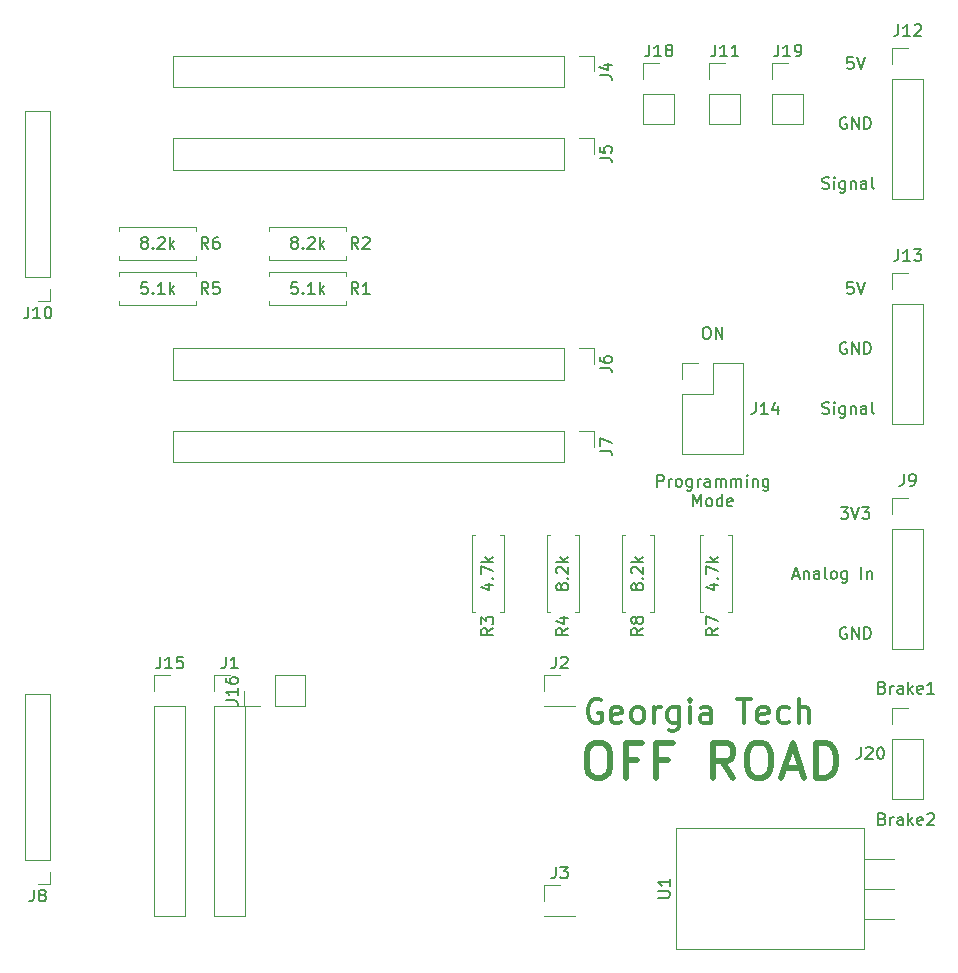
<source format=gbr>
G04 #@! TF.GenerationSoftware,KiCad,Pcbnew,(5.1.4)-1*
G04 #@! TF.CreationDate,2020-01-23T23:33:44-05:00*
G04 #@! TF.ProjectId,ECVTProtoBoard,45435654-5072-46f7-946f-426f6172642e,rev?*
G04 #@! TF.SameCoordinates,Original*
G04 #@! TF.FileFunction,Legend,Top*
G04 #@! TF.FilePolarity,Positive*
%FSLAX46Y46*%
G04 Gerber Fmt 4.6, Leading zero omitted, Abs format (unit mm)*
G04 Created by KiCad (PCBNEW (5.1.4)-1) date 2020-01-23 23:33:44*
%MOMM*%
%LPD*%
G04 APERTURE LIST*
%ADD10C,0.500000*%
%ADD11C,0.300000*%
%ADD12C,0.150000*%
%ADD13C,0.120000*%
G04 APERTURE END LIST*
D10*
X137361257Y-128608342D02*
X137932685Y-128608342D01*
X138218400Y-128751200D01*
X138504114Y-129036914D01*
X138646971Y-129608342D01*
X138646971Y-130608342D01*
X138504114Y-131179771D01*
X138218400Y-131465485D01*
X137932685Y-131608342D01*
X137361257Y-131608342D01*
X137075542Y-131465485D01*
X136789828Y-131179771D01*
X136646971Y-130608342D01*
X136646971Y-129608342D01*
X136789828Y-129036914D01*
X137075542Y-128751200D01*
X137361257Y-128608342D01*
X140932685Y-130036914D02*
X139932685Y-130036914D01*
X139932685Y-131608342D02*
X139932685Y-128608342D01*
X141361257Y-128608342D01*
X143504114Y-130036914D02*
X142504114Y-130036914D01*
X142504114Y-131608342D02*
X142504114Y-128608342D01*
X143932685Y-128608342D01*
X149075542Y-131608342D02*
X148075542Y-130179771D01*
X147361257Y-131608342D02*
X147361257Y-128608342D01*
X148504114Y-128608342D01*
X148789828Y-128751200D01*
X148932685Y-128894057D01*
X149075542Y-129179771D01*
X149075542Y-129608342D01*
X148932685Y-129894057D01*
X148789828Y-130036914D01*
X148504114Y-130179771D01*
X147361257Y-130179771D01*
X150932685Y-128608342D02*
X151504114Y-128608342D01*
X151789828Y-128751200D01*
X152075542Y-129036914D01*
X152218400Y-129608342D01*
X152218400Y-130608342D01*
X152075542Y-131179771D01*
X151789828Y-131465485D01*
X151504114Y-131608342D01*
X150932685Y-131608342D01*
X150646971Y-131465485D01*
X150361257Y-131179771D01*
X150218400Y-130608342D01*
X150218400Y-129608342D01*
X150361257Y-129036914D01*
X150646971Y-128751200D01*
X150932685Y-128608342D01*
X153361257Y-130751200D02*
X154789828Y-130751200D01*
X153075542Y-131608342D02*
X154075542Y-128608342D01*
X155075542Y-131608342D01*
X156075542Y-131608342D02*
X156075542Y-128608342D01*
X156789828Y-128608342D01*
X157218400Y-128751200D01*
X157504114Y-129036914D01*
X157646971Y-129322628D01*
X157789828Y-129894057D01*
X157789828Y-130322628D01*
X157646971Y-130894057D01*
X157504114Y-131179771D01*
X157218400Y-131465485D01*
X156789828Y-131608342D01*
X156075542Y-131608342D01*
D11*
X137865885Y-125034800D02*
X137675409Y-124939561D01*
X137389695Y-124939561D01*
X137103980Y-125034800D01*
X136913504Y-125225276D01*
X136818266Y-125415752D01*
X136723028Y-125796704D01*
X136723028Y-126082419D01*
X136818266Y-126463371D01*
X136913504Y-126653847D01*
X137103980Y-126844323D01*
X137389695Y-126939561D01*
X137580171Y-126939561D01*
X137865885Y-126844323D01*
X137961123Y-126749085D01*
X137961123Y-126082419D01*
X137580171Y-126082419D01*
X139580171Y-126844323D02*
X139389695Y-126939561D01*
X139008742Y-126939561D01*
X138818266Y-126844323D01*
X138723028Y-126653847D01*
X138723028Y-125891942D01*
X138818266Y-125701466D01*
X139008742Y-125606228D01*
X139389695Y-125606228D01*
X139580171Y-125701466D01*
X139675409Y-125891942D01*
X139675409Y-126082419D01*
X138723028Y-126272895D01*
X140818266Y-126939561D02*
X140627790Y-126844323D01*
X140532552Y-126749085D01*
X140437314Y-126558609D01*
X140437314Y-125987180D01*
X140532552Y-125796704D01*
X140627790Y-125701466D01*
X140818266Y-125606228D01*
X141103980Y-125606228D01*
X141294457Y-125701466D01*
X141389695Y-125796704D01*
X141484933Y-125987180D01*
X141484933Y-126558609D01*
X141389695Y-126749085D01*
X141294457Y-126844323D01*
X141103980Y-126939561D01*
X140818266Y-126939561D01*
X142342076Y-126939561D02*
X142342076Y-125606228D01*
X142342076Y-125987180D02*
X142437314Y-125796704D01*
X142532552Y-125701466D01*
X142723028Y-125606228D01*
X142913504Y-125606228D01*
X144437314Y-125606228D02*
X144437314Y-127225276D01*
X144342076Y-127415752D01*
X144246838Y-127510990D01*
X144056361Y-127606228D01*
X143770647Y-127606228D01*
X143580171Y-127510990D01*
X144437314Y-126844323D02*
X144246838Y-126939561D01*
X143865885Y-126939561D01*
X143675409Y-126844323D01*
X143580171Y-126749085D01*
X143484933Y-126558609D01*
X143484933Y-125987180D01*
X143580171Y-125796704D01*
X143675409Y-125701466D01*
X143865885Y-125606228D01*
X144246838Y-125606228D01*
X144437314Y-125701466D01*
X145389695Y-126939561D02*
X145389695Y-125606228D01*
X145389695Y-124939561D02*
X145294457Y-125034800D01*
X145389695Y-125130038D01*
X145484933Y-125034800D01*
X145389695Y-124939561D01*
X145389695Y-125130038D01*
X147199219Y-126939561D02*
X147199219Y-125891942D01*
X147103980Y-125701466D01*
X146913504Y-125606228D01*
X146532552Y-125606228D01*
X146342076Y-125701466D01*
X147199219Y-126844323D02*
X147008742Y-126939561D01*
X146532552Y-126939561D01*
X146342076Y-126844323D01*
X146246838Y-126653847D01*
X146246838Y-126463371D01*
X146342076Y-126272895D01*
X146532552Y-126177657D01*
X147008742Y-126177657D01*
X147199219Y-126082419D01*
X149389695Y-124939561D02*
X150532552Y-124939561D01*
X149961123Y-126939561D02*
X149961123Y-124939561D01*
X151961123Y-126844323D02*
X151770647Y-126939561D01*
X151389695Y-126939561D01*
X151199219Y-126844323D01*
X151103980Y-126653847D01*
X151103980Y-125891942D01*
X151199219Y-125701466D01*
X151389695Y-125606228D01*
X151770647Y-125606228D01*
X151961123Y-125701466D01*
X152056361Y-125891942D01*
X152056361Y-126082419D01*
X151103980Y-126272895D01*
X153770647Y-126844323D02*
X153580171Y-126939561D01*
X153199219Y-126939561D01*
X153008742Y-126844323D01*
X152913504Y-126749085D01*
X152818266Y-126558609D01*
X152818266Y-125987180D01*
X152913504Y-125796704D01*
X153008742Y-125701466D01*
X153199219Y-125606228D01*
X153580171Y-125606228D01*
X153770647Y-125701466D01*
X154627790Y-126939561D02*
X154627790Y-124939561D01*
X155484933Y-126939561D02*
X155484933Y-125891942D01*
X155389695Y-125701466D01*
X155199219Y-125606228D01*
X154913504Y-125606228D01*
X154723028Y-125701466D01*
X154627790Y-125796704D01*
D12*
X112149047Y-89622380D02*
X111672857Y-89622380D01*
X111625238Y-90098571D01*
X111672857Y-90050952D01*
X111768095Y-90003333D01*
X112006190Y-90003333D01*
X112101428Y-90050952D01*
X112149047Y-90098571D01*
X112196666Y-90193809D01*
X112196666Y-90431904D01*
X112149047Y-90527142D01*
X112101428Y-90574761D01*
X112006190Y-90622380D01*
X111768095Y-90622380D01*
X111672857Y-90574761D01*
X111625238Y-90527142D01*
X112625238Y-90527142D02*
X112672857Y-90574761D01*
X112625238Y-90622380D01*
X112577619Y-90574761D01*
X112625238Y-90527142D01*
X112625238Y-90622380D01*
X113625238Y-90622380D02*
X113053809Y-90622380D01*
X113339523Y-90622380D02*
X113339523Y-89622380D01*
X113244285Y-89765238D01*
X113149047Y-89860476D01*
X113053809Y-89908095D01*
X114053809Y-90622380D02*
X114053809Y-89622380D01*
X114149047Y-90241428D02*
X114434761Y-90622380D01*
X114434761Y-89955714D02*
X114053809Y-90336666D01*
X99449047Y-89622380D02*
X98972857Y-89622380D01*
X98925238Y-90098571D01*
X98972857Y-90050952D01*
X99068095Y-90003333D01*
X99306190Y-90003333D01*
X99401428Y-90050952D01*
X99449047Y-90098571D01*
X99496666Y-90193809D01*
X99496666Y-90431904D01*
X99449047Y-90527142D01*
X99401428Y-90574761D01*
X99306190Y-90622380D01*
X99068095Y-90622380D01*
X98972857Y-90574761D01*
X98925238Y-90527142D01*
X99925238Y-90527142D02*
X99972857Y-90574761D01*
X99925238Y-90622380D01*
X99877619Y-90574761D01*
X99925238Y-90527142D01*
X99925238Y-90622380D01*
X100925238Y-90622380D02*
X100353809Y-90622380D01*
X100639523Y-90622380D02*
X100639523Y-89622380D01*
X100544285Y-89765238D01*
X100449047Y-89860476D01*
X100353809Y-89908095D01*
X101353809Y-90622380D02*
X101353809Y-89622380D01*
X101449047Y-90241428D02*
X101734761Y-90622380D01*
X101734761Y-89955714D02*
X101353809Y-90336666D01*
X99115714Y-86240952D02*
X99020476Y-86193333D01*
X98972857Y-86145714D01*
X98925238Y-86050476D01*
X98925238Y-86002857D01*
X98972857Y-85907619D01*
X99020476Y-85860000D01*
X99115714Y-85812380D01*
X99306190Y-85812380D01*
X99401428Y-85860000D01*
X99449047Y-85907619D01*
X99496666Y-86002857D01*
X99496666Y-86050476D01*
X99449047Y-86145714D01*
X99401428Y-86193333D01*
X99306190Y-86240952D01*
X99115714Y-86240952D01*
X99020476Y-86288571D01*
X98972857Y-86336190D01*
X98925238Y-86431428D01*
X98925238Y-86621904D01*
X98972857Y-86717142D01*
X99020476Y-86764761D01*
X99115714Y-86812380D01*
X99306190Y-86812380D01*
X99401428Y-86764761D01*
X99449047Y-86717142D01*
X99496666Y-86621904D01*
X99496666Y-86431428D01*
X99449047Y-86336190D01*
X99401428Y-86288571D01*
X99306190Y-86240952D01*
X99925238Y-86717142D02*
X99972857Y-86764761D01*
X99925238Y-86812380D01*
X99877619Y-86764761D01*
X99925238Y-86717142D01*
X99925238Y-86812380D01*
X100353809Y-85907619D02*
X100401428Y-85860000D01*
X100496666Y-85812380D01*
X100734761Y-85812380D01*
X100830000Y-85860000D01*
X100877619Y-85907619D01*
X100925238Y-86002857D01*
X100925238Y-86098095D01*
X100877619Y-86240952D01*
X100306190Y-86812380D01*
X100925238Y-86812380D01*
X101353809Y-86812380D02*
X101353809Y-85812380D01*
X101449047Y-86431428D02*
X101734761Y-86812380D01*
X101734761Y-86145714D02*
X101353809Y-86526666D01*
X111815714Y-86240952D02*
X111720476Y-86193333D01*
X111672857Y-86145714D01*
X111625238Y-86050476D01*
X111625238Y-86002857D01*
X111672857Y-85907619D01*
X111720476Y-85860000D01*
X111815714Y-85812380D01*
X112006190Y-85812380D01*
X112101428Y-85860000D01*
X112149047Y-85907619D01*
X112196666Y-86002857D01*
X112196666Y-86050476D01*
X112149047Y-86145714D01*
X112101428Y-86193333D01*
X112006190Y-86240952D01*
X111815714Y-86240952D01*
X111720476Y-86288571D01*
X111672857Y-86336190D01*
X111625238Y-86431428D01*
X111625238Y-86621904D01*
X111672857Y-86717142D01*
X111720476Y-86764761D01*
X111815714Y-86812380D01*
X112006190Y-86812380D01*
X112101428Y-86764761D01*
X112149047Y-86717142D01*
X112196666Y-86621904D01*
X112196666Y-86431428D01*
X112149047Y-86336190D01*
X112101428Y-86288571D01*
X112006190Y-86240952D01*
X112625238Y-86717142D02*
X112672857Y-86764761D01*
X112625238Y-86812380D01*
X112577619Y-86764761D01*
X112625238Y-86717142D01*
X112625238Y-86812380D01*
X113053809Y-85907619D02*
X113101428Y-85860000D01*
X113196666Y-85812380D01*
X113434761Y-85812380D01*
X113530000Y-85860000D01*
X113577619Y-85907619D01*
X113625238Y-86002857D01*
X113625238Y-86098095D01*
X113577619Y-86240952D01*
X113006190Y-86812380D01*
X113625238Y-86812380D01*
X114053809Y-86812380D02*
X114053809Y-85812380D01*
X114149047Y-86431428D02*
X114434761Y-86812380D01*
X114434761Y-86145714D02*
X114053809Y-86526666D01*
X161677600Y-135056571D02*
X161820457Y-135104190D01*
X161868076Y-135151809D01*
X161915695Y-135247047D01*
X161915695Y-135389904D01*
X161868076Y-135485142D01*
X161820457Y-135532761D01*
X161725219Y-135580380D01*
X161344266Y-135580380D01*
X161344266Y-134580380D01*
X161677600Y-134580380D01*
X161772838Y-134628000D01*
X161820457Y-134675619D01*
X161868076Y-134770857D01*
X161868076Y-134866095D01*
X161820457Y-134961333D01*
X161772838Y-135008952D01*
X161677600Y-135056571D01*
X161344266Y-135056571D01*
X162344266Y-135580380D02*
X162344266Y-134913714D01*
X162344266Y-135104190D02*
X162391885Y-135008952D01*
X162439504Y-134961333D01*
X162534742Y-134913714D01*
X162629980Y-134913714D01*
X163391885Y-135580380D02*
X163391885Y-135056571D01*
X163344266Y-134961333D01*
X163249028Y-134913714D01*
X163058552Y-134913714D01*
X162963314Y-134961333D01*
X163391885Y-135532761D02*
X163296647Y-135580380D01*
X163058552Y-135580380D01*
X162963314Y-135532761D01*
X162915695Y-135437523D01*
X162915695Y-135342285D01*
X162963314Y-135247047D01*
X163058552Y-135199428D01*
X163296647Y-135199428D01*
X163391885Y-135151809D01*
X163868076Y-135580380D02*
X163868076Y-134580380D01*
X163963314Y-135199428D02*
X164249028Y-135580380D01*
X164249028Y-134913714D02*
X163868076Y-135294666D01*
X165058552Y-135532761D02*
X164963314Y-135580380D01*
X164772838Y-135580380D01*
X164677600Y-135532761D01*
X164629980Y-135437523D01*
X164629980Y-135056571D01*
X164677600Y-134961333D01*
X164772838Y-134913714D01*
X164963314Y-134913714D01*
X165058552Y-134961333D01*
X165106171Y-135056571D01*
X165106171Y-135151809D01*
X164629980Y-135247047D01*
X165487123Y-134675619D02*
X165534742Y-134628000D01*
X165629980Y-134580380D01*
X165868076Y-134580380D01*
X165963314Y-134628000D01*
X166010933Y-134675619D01*
X166058552Y-134770857D01*
X166058552Y-134866095D01*
X166010933Y-135008952D01*
X165439504Y-135580380D01*
X166058552Y-135580380D01*
X161677600Y-123931371D02*
X161820457Y-123978990D01*
X161868076Y-124026609D01*
X161915695Y-124121847D01*
X161915695Y-124264704D01*
X161868076Y-124359942D01*
X161820457Y-124407561D01*
X161725219Y-124455180D01*
X161344266Y-124455180D01*
X161344266Y-123455180D01*
X161677600Y-123455180D01*
X161772838Y-123502800D01*
X161820457Y-123550419D01*
X161868076Y-123645657D01*
X161868076Y-123740895D01*
X161820457Y-123836133D01*
X161772838Y-123883752D01*
X161677600Y-123931371D01*
X161344266Y-123931371D01*
X162344266Y-124455180D02*
X162344266Y-123788514D01*
X162344266Y-123978990D02*
X162391885Y-123883752D01*
X162439504Y-123836133D01*
X162534742Y-123788514D01*
X162629980Y-123788514D01*
X163391885Y-124455180D02*
X163391885Y-123931371D01*
X163344266Y-123836133D01*
X163249028Y-123788514D01*
X163058552Y-123788514D01*
X162963314Y-123836133D01*
X163391885Y-124407561D02*
X163296647Y-124455180D01*
X163058552Y-124455180D01*
X162963314Y-124407561D01*
X162915695Y-124312323D01*
X162915695Y-124217085D01*
X162963314Y-124121847D01*
X163058552Y-124074228D01*
X163296647Y-124074228D01*
X163391885Y-124026609D01*
X163868076Y-124455180D02*
X163868076Y-123455180D01*
X163963314Y-124074228D02*
X164249028Y-124455180D01*
X164249028Y-123788514D02*
X163868076Y-124169466D01*
X165058552Y-124407561D02*
X164963314Y-124455180D01*
X164772838Y-124455180D01*
X164677600Y-124407561D01*
X164629980Y-124312323D01*
X164629980Y-123931371D01*
X164677600Y-123836133D01*
X164772838Y-123788514D01*
X164963314Y-123788514D01*
X165058552Y-123836133D01*
X165106171Y-123931371D01*
X165106171Y-124026609D01*
X164629980Y-124121847D01*
X166058552Y-124455180D02*
X165487123Y-124455180D01*
X165772838Y-124455180D02*
X165772838Y-123455180D01*
X165677600Y-123598038D01*
X165582361Y-123693276D01*
X165487123Y-123740895D01*
X159194523Y-89622380D02*
X158718333Y-89622380D01*
X158670714Y-90098571D01*
X158718333Y-90050952D01*
X158813571Y-90003333D01*
X159051666Y-90003333D01*
X159146904Y-90050952D01*
X159194523Y-90098571D01*
X159242142Y-90193809D01*
X159242142Y-90431904D01*
X159194523Y-90527142D01*
X159146904Y-90574761D01*
X159051666Y-90622380D01*
X158813571Y-90622380D01*
X158718333Y-90574761D01*
X158670714Y-90527142D01*
X159527857Y-89622380D02*
X159861190Y-90622380D01*
X160194523Y-89622380D01*
X156607142Y-100734761D02*
X156750000Y-100782380D01*
X156988095Y-100782380D01*
X157083333Y-100734761D01*
X157130952Y-100687142D01*
X157178571Y-100591904D01*
X157178571Y-100496666D01*
X157130952Y-100401428D01*
X157083333Y-100353809D01*
X156988095Y-100306190D01*
X156797619Y-100258571D01*
X156702380Y-100210952D01*
X156654761Y-100163333D01*
X156607142Y-100068095D01*
X156607142Y-99972857D01*
X156654761Y-99877619D01*
X156702380Y-99830000D01*
X156797619Y-99782380D01*
X157035714Y-99782380D01*
X157178571Y-99830000D01*
X157607142Y-100782380D02*
X157607142Y-100115714D01*
X157607142Y-99782380D02*
X157559523Y-99830000D01*
X157607142Y-99877619D01*
X157654761Y-99830000D01*
X157607142Y-99782380D01*
X157607142Y-99877619D01*
X158511904Y-100115714D02*
X158511904Y-100925238D01*
X158464285Y-101020476D01*
X158416666Y-101068095D01*
X158321428Y-101115714D01*
X158178571Y-101115714D01*
X158083333Y-101068095D01*
X158511904Y-100734761D02*
X158416666Y-100782380D01*
X158226190Y-100782380D01*
X158130952Y-100734761D01*
X158083333Y-100687142D01*
X158035714Y-100591904D01*
X158035714Y-100306190D01*
X158083333Y-100210952D01*
X158130952Y-100163333D01*
X158226190Y-100115714D01*
X158416666Y-100115714D01*
X158511904Y-100163333D01*
X158988095Y-100115714D02*
X158988095Y-100782380D01*
X158988095Y-100210952D02*
X159035714Y-100163333D01*
X159130952Y-100115714D01*
X159273809Y-100115714D01*
X159369047Y-100163333D01*
X159416666Y-100258571D01*
X159416666Y-100782380D01*
X160321428Y-100782380D02*
X160321428Y-100258571D01*
X160273809Y-100163333D01*
X160178571Y-100115714D01*
X159988095Y-100115714D01*
X159892857Y-100163333D01*
X160321428Y-100734761D02*
X160226190Y-100782380D01*
X159988095Y-100782380D01*
X159892857Y-100734761D01*
X159845238Y-100639523D01*
X159845238Y-100544285D01*
X159892857Y-100449047D01*
X159988095Y-100401428D01*
X160226190Y-100401428D01*
X160321428Y-100353809D01*
X160940476Y-100782380D02*
X160845238Y-100734761D01*
X160797619Y-100639523D01*
X160797619Y-99782380D01*
X158623095Y-94750000D02*
X158527857Y-94702380D01*
X158385000Y-94702380D01*
X158242142Y-94750000D01*
X158146904Y-94845238D01*
X158099285Y-94940476D01*
X158051666Y-95130952D01*
X158051666Y-95273809D01*
X158099285Y-95464285D01*
X158146904Y-95559523D01*
X158242142Y-95654761D01*
X158385000Y-95702380D01*
X158480238Y-95702380D01*
X158623095Y-95654761D01*
X158670714Y-95607142D01*
X158670714Y-95273809D01*
X158480238Y-95273809D01*
X159099285Y-95702380D02*
X159099285Y-94702380D01*
X159670714Y-95702380D01*
X159670714Y-94702380D01*
X160146904Y-95702380D02*
X160146904Y-94702380D01*
X160385000Y-94702380D01*
X160527857Y-94750000D01*
X160623095Y-94845238D01*
X160670714Y-94940476D01*
X160718333Y-95130952D01*
X160718333Y-95273809D01*
X160670714Y-95464285D01*
X160623095Y-95559523D01*
X160527857Y-95654761D01*
X160385000Y-95702380D01*
X160146904Y-95702380D01*
X154099047Y-114466666D02*
X154575238Y-114466666D01*
X154003809Y-114752380D02*
X154337142Y-113752380D01*
X154670476Y-114752380D01*
X155003809Y-114085714D02*
X155003809Y-114752380D01*
X155003809Y-114180952D02*
X155051428Y-114133333D01*
X155146666Y-114085714D01*
X155289523Y-114085714D01*
X155384761Y-114133333D01*
X155432380Y-114228571D01*
X155432380Y-114752380D01*
X156337142Y-114752380D02*
X156337142Y-114228571D01*
X156289523Y-114133333D01*
X156194285Y-114085714D01*
X156003809Y-114085714D01*
X155908571Y-114133333D01*
X156337142Y-114704761D02*
X156241904Y-114752380D01*
X156003809Y-114752380D01*
X155908571Y-114704761D01*
X155860952Y-114609523D01*
X155860952Y-114514285D01*
X155908571Y-114419047D01*
X156003809Y-114371428D01*
X156241904Y-114371428D01*
X156337142Y-114323809D01*
X156956190Y-114752380D02*
X156860952Y-114704761D01*
X156813333Y-114609523D01*
X156813333Y-113752380D01*
X157480000Y-114752380D02*
X157384761Y-114704761D01*
X157337142Y-114657142D01*
X157289523Y-114561904D01*
X157289523Y-114276190D01*
X157337142Y-114180952D01*
X157384761Y-114133333D01*
X157480000Y-114085714D01*
X157622857Y-114085714D01*
X157718095Y-114133333D01*
X157765714Y-114180952D01*
X157813333Y-114276190D01*
X157813333Y-114561904D01*
X157765714Y-114657142D01*
X157718095Y-114704761D01*
X157622857Y-114752380D01*
X157480000Y-114752380D01*
X158670476Y-114085714D02*
X158670476Y-114895238D01*
X158622857Y-114990476D01*
X158575238Y-115038095D01*
X158480000Y-115085714D01*
X158337142Y-115085714D01*
X158241904Y-115038095D01*
X158670476Y-114704761D02*
X158575238Y-114752380D01*
X158384761Y-114752380D01*
X158289523Y-114704761D01*
X158241904Y-114657142D01*
X158194285Y-114561904D01*
X158194285Y-114276190D01*
X158241904Y-114180952D01*
X158289523Y-114133333D01*
X158384761Y-114085714D01*
X158575238Y-114085714D01*
X158670476Y-114133333D01*
X159908571Y-114752380D02*
X159908571Y-113752380D01*
X160384761Y-114085714D02*
X160384761Y-114752380D01*
X160384761Y-114180952D02*
X160432380Y-114133333D01*
X160527619Y-114085714D01*
X160670476Y-114085714D01*
X160765714Y-114133333D01*
X160813333Y-114228571D01*
X160813333Y-114752380D01*
X158146904Y-108672380D02*
X158765952Y-108672380D01*
X158432619Y-109053333D01*
X158575476Y-109053333D01*
X158670714Y-109100952D01*
X158718333Y-109148571D01*
X158765952Y-109243809D01*
X158765952Y-109481904D01*
X158718333Y-109577142D01*
X158670714Y-109624761D01*
X158575476Y-109672380D01*
X158289761Y-109672380D01*
X158194523Y-109624761D01*
X158146904Y-109577142D01*
X159051666Y-108672380D02*
X159385000Y-109672380D01*
X159718333Y-108672380D01*
X159956428Y-108672380D02*
X160575476Y-108672380D01*
X160242142Y-109053333D01*
X160385000Y-109053333D01*
X160480238Y-109100952D01*
X160527857Y-109148571D01*
X160575476Y-109243809D01*
X160575476Y-109481904D01*
X160527857Y-109577142D01*
X160480238Y-109624761D01*
X160385000Y-109672380D01*
X160099285Y-109672380D01*
X160004047Y-109624761D01*
X159956428Y-109577142D01*
X158623095Y-118880000D02*
X158527857Y-118832380D01*
X158385000Y-118832380D01*
X158242142Y-118880000D01*
X158146904Y-118975238D01*
X158099285Y-119070476D01*
X158051666Y-119260952D01*
X158051666Y-119403809D01*
X158099285Y-119594285D01*
X158146904Y-119689523D01*
X158242142Y-119784761D01*
X158385000Y-119832380D01*
X158480238Y-119832380D01*
X158623095Y-119784761D01*
X158670714Y-119737142D01*
X158670714Y-119403809D01*
X158480238Y-119403809D01*
X159099285Y-119832380D02*
X159099285Y-118832380D01*
X159670714Y-119832380D01*
X159670714Y-118832380D01*
X160146904Y-119832380D02*
X160146904Y-118832380D01*
X160385000Y-118832380D01*
X160527857Y-118880000D01*
X160623095Y-118975238D01*
X160670714Y-119070476D01*
X160718333Y-119260952D01*
X160718333Y-119403809D01*
X160670714Y-119594285D01*
X160623095Y-119689523D01*
X160527857Y-119784761D01*
X160385000Y-119832380D01*
X160146904Y-119832380D01*
X156607142Y-81684761D02*
X156750000Y-81732380D01*
X156988095Y-81732380D01*
X157083333Y-81684761D01*
X157130952Y-81637142D01*
X157178571Y-81541904D01*
X157178571Y-81446666D01*
X157130952Y-81351428D01*
X157083333Y-81303809D01*
X156988095Y-81256190D01*
X156797619Y-81208571D01*
X156702380Y-81160952D01*
X156654761Y-81113333D01*
X156607142Y-81018095D01*
X156607142Y-80922857D01*
X156654761Y-80827619D01*
X156702380Y-80780000D01*
X156797619Y-80732380D01*
X157035714Y-80732380D01*
X157178571Y-80780000D01*
X157607142Y-81732380D02*
X157607142Y-81065714D01*
X157607142Y-80732380D02*
X157559523Y-80780000D01*
X157607142Y-80827619D01*
X157654761Y-80780000D01*
X157607142Y-80732380D01*
X157607142Y-80827619D01*
X158511904Y-81065714D02*
X158511904Y-81875238D01*
X158464285Y-81970476D01*
X158416666Y-82018095D01*
X158321428Y-82065714D01*
X158178571Y-82065714D01*
X158083333Y-82018095D01*
X158511904Y-81684761D02*
X158416666Y-81732380D01*
X158226190Y-81732380D01*
X158130952Y-81684761D01*
X158083333Y-81637142D01*
X158035714Y-81541904D01*
X158035714Y-81256190D01*
X158083333Y-81160952D01*
X158130952Y-81113333D01*
X158226190Y-81065714D01*
X158416666Y-81065714D01*
X158511904Y-81113333D01*
X158988095Y-81065714D02*
X158988095Y-81732380D01*
X158988095Y-81160952D02*
X159035714Y-81113333D01*
X159130952Y-81065714D01*
X159273809Y-81065714D01*
X159369047Y-81113333D01*
X159416666Y-81208571D01*
X159416666Y-81732380D01*
X160321428Y-81732380D02*
X160321428Y-81208571D01*
X160273809Y-81113333D01*
X160178571Y-81065714D01*
X159988095Y-81065714D01*
X159892857Y-81113333D01*
X160321428Y-81684761D02*
X160226190Y-81732380D01*
X159988095Y-81732380D01*
X159892857Y-81684761D01*
X159845238Y-81589523D01*
X159845238Y-81494285D01*
X159892857Y-81399047D01*
X159988095Y-81351428D01*
X160226190Y-81351428D01*
X160321428Y-81303809D01*
X160940476Y-81732380D02*
X160845238Y-81684761D01*
X160797619Y-81589523D01*
X160797619Y-80732380D01*
X158623095Y-75700000D02*
X158527857Y-75652380D01*
X158385000Y-75652380D01*
X158242142Y-75700000D01*
X158146904Y-75795238D01*
X158099285Y-75890476D01*
X158051666Y-76080952D01*
X158051666Y-76223809D01*
X158099285Y-76414285D01*
X158146904Y-76509523D01*
X158242142Y-76604761D01*
X158385000Y-76652380D01*
X158480238Y-76652380D01*
X158623095Y-76604761D01*
X158670714Y-76557142D01*
X158670714Y-76223809D01*
X158480238Y-76223809D01*
X159099285Y-76652380D02*
X159099285Y-75652380D01*
X159670714Y-76652380D01*
X159670714Y-75652380D01*
X160146904Y-76652380D02*
X160146904Y-75652380D01*
X160385000Y-75652380D01*
X160527857Y-75700000D01*
X160623095Y-75795238D01*
X160670714Y-75890476D01*
X160718333Y-76080952D01*
X160718333Y-76223809D01*
X160670714Y-76414285D01*
X160623095Y-76509523D01*
X160527857Y-76604761D01*
X160385000Y-76652380D01*
X160146904Y-76652380D01*
X159194523Y-70572380D02*
X158718333Y-70572380D01*
X158670714Y-71048571D01*
X158718333Y-71000952D01*
X158813571Y-70953333D01*
X159051666Y-70953333D01*
X159146904Y-71000952D01*
X159194523Y-71048571D01*
X159242142Y-71143809D01*
X159242142Y-71381904D01*
X159194523Y-71477142D01*
X159146904Y-71524761D01*
X159051666Y-71572380D01*
X158813571Y-71572380D01*
X158718333Y-71524761D01*
X158670714Y-71477142D01*
X159527857Y-70572380D02*
X159861190Y-71572380D01*
X160194523Y-70572380D01*
X128055714Y-115228571D02*
X128722380Y-115228571D01*
X127674761Y-115466666D02*
X128389047Y-115704761D01*
X128389047Y-115085714D01*
X128627142Y-114704761D02*
X128674761Y-114657142D01*
X128722380Y-114704761D01*
X128674761Y-114752380D01*
X128627142Y-114704761D01*
X128722380Y-114704761D01*
X127722380Y-114323809D02*
X127722380Y-113657142D01*
X128722380Y-114085714D01*
X128722380Y-113276190D02*
X127722380Y-113276190D01*
X128341428Y-113180952D02*
X128722380Y-112895238D01*
X128055714Y-112895238D02*
X128436666Y-113276190D01*
X134500952Y-115514285D02*
X134453333Y-115609523D01*
X134405714Y-115657142D01*
X134310476Y-115704761D01*
X134262857Y-115704761D01*
X134167619Y-115657142D01*
X134120000Y-115609523D01*
X134072380Y-115514285D01*
X134072380Y-115323809D01*
X134120000Y-115228571D01*
X134167619Y-115180952D01*
X134262857Y-115133333D01*
X134310476Y-115133333D01*
X134405714Y-115180952D01*
X134453333Y-115228571D01*
X134500952Y-115323809D01*
X134500952Y-115514285D01*
X134548571Y-115609523D01*
X134596190Y-115657142D01*
X134691428Y-115704761D01*
X134881904Y-115704761D01*
X134977142Y-115657142D01*
X135024761Y-115609523D01*
X135072380Y-115514285D01*
X135072380Y-115323809D01*
X135024761Y-115228571D01*
X134977142Y-115180952D01*
X134881904Y-115133333D01*
X134691428Y-115133333D01*
X134596190Y-115180952D01*
X134548571Y-115228571D01*
X134500952Y-115323809D01*
X134977142Y-114704761D02*
X135024761Y-114657142D01*
X135072380Y-114704761D01*
X135024761Y-114752380D01*
X134977142Y-114704761D01*
X135072380Y-114704761D01*
X134167619Y-114276190D02*
X134120000Y-114228571D01*
X134072380Y-114133333D01*
X134072380Y-113895238D01*
X134120000Y-113800000D01*
X134167619Y-113752380D01*
X134262857Y-113704761D01*
X134358095Y-113704761D01*
X134500952Y-113752380D01*
X135072380Y-114323809D01*
X135072380Y-113704761D01*
X135072380Y-113276190D02*
X134072380Y-113276190D01*
X134691428Y-113180952D02*
X135072380Y-112895238D01*
X134405714Y-112895238D02*
X134786666Y-113276190D01*
X140850952Y-115514285D02*
X140803333Y-115609523D01*
X140755714Y-115657142D01*
X140660476Y-115704761D01*
X140612857Y-115704761D01*
X140517619Y-115657142D01*
X140470000Y-115609523D01*
X140422380Y-115514285D01*
X140422380Y-115323809D01*
X140470000Y-115228571D01*
X140517619Y-115180952D01*
X140612857Y-115133333D01*
X140660476Y-115133333D01*
X140755714Y-115180952D01*
X140803333Y-115228571D01*
X140850952Y-115323809D01*
X140850952Y-115514285D01*
X140898571Y-115609523D01*
X140946190Y-115657142D01*
X141041428Y-115704761D01*
X141231904Y-115704761D01*
X141327142Y-115657142D01*
X141374761Y-115609523D01*
X141422380Y-115514285D01*
X141422380Y-115323809D01*
X141374761Y-115228571D01*
X141327142Y-115180952D01*
X141231904Y-115133333D01*
X141041428Y-115133333D01*
X140946190Y-115180952D01*
X140898571Y-115228571D01*
X140850952Y-115323809D01*
X141327142Y-114704761D02*
X141374761Y-114657142D01*
X141422380Y-114704761D01*
X141374761Y-114752380D01*
X141327142Y-114704761D01*
X141422380Y-114704761D01*
X140517619Y-114276190D02*
X140470000Y-114228571D01*
X140422380Y-114133333D01*
X140422380Y-113895238D01*
X140470000Y-113800000D01*
X140517619Y-113752380D01*
X140612857Y-113704761D01*
X140708095Y-113704761D01*
X140850952Y-113752380D01*
X141422380Y-114323809D01*
X141422380Y-113704761D01*
X141422380Y-113276190D02*
X140422380Y-113276190D01*
X141041428Y-113180952D02*
X141422380Y-112895238D01*
X140755714Y-112895238D02*
X141136666Y-113276190D01*
X147105714Y-115228571D02*
X147772380Y-115228571D01*
X146724761Y-115466666D02*
X147439047Y-115704761D01*
X147439047Y-115085714D01*
X147677142Y-114704761D02*
X147724761Y-114657142D01*
X147772380Y-114704761D01*
X147724761Y-114752380D01*
X147677142Y-114704761D01*
X147772380Y-114704761D01*
X146772380Y-114323809D02*
X146772380Y-113657142D01*
X147772380Y-114085714D01*
X147772380Y-113276190D02*
X146772380Y-113276190D01*
X147391428Y-113180952D02*
X147772380Y-112895238D01*
X147105714Y-112895238D02*
X147486666Y-113276190D01*
X142605714Y-106942380D02*
X142605714Y-105942380D01*
X142986666Y-105942380D01*
X143081904Y-105990000D01*
X143129523Y-106037619D01*
X143177142Y-106132857D01*
X143177142Y-106275714D01*
X143129523Y-106370952D01*
X143081904Y-106418571D01*
X142986666Y-106466190D01*
X142605714Y-106466190D01*
X143605714Y-106942380D02*
X143605714Y-106275714D01*
X143605714Y-106466190D02*
X143653333Y-106370952D01*
X143700952Y-106323333D01*
X143796190Y-106275714D01*
X143891428Y-106275714D01*
X144367619Y-106942380D02*
X144272380Y-106894761D01*
X144224761Y-106847142D01*
X144177142Y-106751904D01*
X144177142Y-106466190D01*
X144224761Y-106370952D01*
X144272380Y-106323333D01*
X144367619Y-106275714D01*
X144510476Y-106275714D01*
X144605714Y-106323333D01*
X144653333Y-106370952D01*
X144700952Y-106466190D01*
X144700952Y-106751904D01*
X144653333Y-106847142D01*
X144605714Y-106894761D01*
X144510476Y-106942380D01*
X144367619Y-106942380D01*
X145558095Y-106275714D02*
X145558095Y-107085238D01*
X145510476Y-107180476D01*
X145462857Y-107228095D01*
X145367619Y-107275714D01*
X145224761Y-107275714D01*
X145129523Y-107228095D01*
X145558095Y-106894761D02*
X145462857Y-106942380D01*
X145272380Y-106942380D01*
X145177142Y-106894761D01*
X145129523Y-106847142D01*
X145081904Y-106751904D01*
X145081904Y-106466190D01*
X145129523Y-106370952D01*
X145177142Y-106323333D01*
X145272380Y-106275714D01*
X145462857Y-106275714D01*
X145558095Y-106323333D01*
X146034285Y-106942380D02*
X146034285Y-106275714D01*
X146034285Y-106466190D02*
X146081904Y-106370952D01*
X146129523Y-106323333D01*
X146224761Y-106275714D01*
X146320000Y-106275714D01*
X147081904Y-106942380D02*
X147081904Y-106418571D01*
X147034285Y-106323333D01*
X146939047Y-106275714D01*
X146748571Y-106275714D01*
X146653333Y-106323333D01*
X147081904Y-106894761D02*
X146986666Y-106942380D01*
X146748571Y-106942380D01*
X146653333Y-106894761D01*
X146605714Y-106799523D01*
X146605714Y-106704285D01*
X146653333Y-106609047D01*
X146748571Y-106561428D01*
X146986666Y-106561428D01*
X147081904Y-106513809D01*
X147558095Y-106942380D02*
X147558095Y-106275714D01*
X147558095Y-106370952D02*
X147605714Y-106323333D01*
X147700952Y-106275714D01*
X147843809Y-106275714D01*
X147939047Y-106323333D01*
X147986666Y-106418571D01*
X147986666Y-106942380D01*
X147986666Y-106418571D02*
X148034285Y-106323333D01*
X148129523Y-106275714D01*
X148272380Y-106275714D01*
X148367619Y-106323333D01*
X148415238Y-106418571D01*
X148415238Y-106942380D01*
X148891428Y-106942380D02*
X148891428Y-106275714D01*
X148891428Y-106370952D02*
X148939047Y-106323333D01*
X149034285Y-106275714D01*
X149177142Y-106275714D01*
X149272380Y-106323333D01*
X149320000Y-106418571D01*
X149320000Y-106942380D01*
X149320000Y-106418571D02*
X149367619Y-106323333D01*
X149462857Y-106275714D01*
X149605714Y-106275714D01*
X149700952Y-106323333D01*
X149748571Y-106418571D01*
X149748571Y-106942380D01*
X150224761Y-106942380D02*
X150224761Y-106275714D01*
X150224761Y-105942380D02*
X150177142Y-105990000D01*
X150224761Y-106037619D01*
X150272380Y-105990000D01*
X150224761Y-105942380D01*
X150224761Y-106037619D01*
X150700952Y-106275714D02*
X150700952Y-106942380D01*
X150700952Y-106370952D02*
X150748571Y-106323333D01*
X150843809Y-106275714D01*
X150986666Y-106275714D01*
X151081904Y-106323333D01*
X151129523Y-106418571D01*
X151129523Y-106942380D01*
X152034285Y-106275714D02*
X152034285Y-107085238D01*
X151986666Y-107180476D01*
X151939047Y-107228095D01*
X151843809Y-107275714D01*
X151700952Y-107275714D01*
X151605714Y-107228095D01*
X152034285Y-106894761D02*
X151939047Y-106942380D01*
X151748571Y-106942380D01*
X151653333Y-106894761D01*
X151605714Y-106847142D01*
X151558095Y-106751904D01*
X151558095Y-106466190D01*
X151605714Y-106370952D01*
X151653333Y-106323333D01*
X151748571Y-106275714D01*
X151939047Y-106275714D01*
X152034285Y-106323333D01*
X145653333Y-108592380D02*
X145653333Y-107592380D01*
X145986666Y-108306666D01*
X146320000Y-107592380D01*
X146320000Y-108592380D01*
X146939047Y-108592380D02*
X146843809Y-108544761D01*
X146796190Y-108497142D01*
X146748571Y-108401904D01*
X146748571Y-108116190D01*
X146796190Y-108020952D01*
X146843809Y-107973333D01*
X146939047Y-107925714D01*
X147081904Y-107925714D01*
X147177142Y-107973333D01*
X147224761Y-108020952D01*
X147272380Y-108116190D01*
X147272380Y-108401904D01*
X147224761Y-108497142D01*
X147177142Y-108544761D01*
X147081904Y-108592380D01*
X146939047Y-108592380D01*
X148129523Y-108592380D02*
X148129523Y-107592380D01*
X148129523Y-108544761D02*
X148034285Y-108592380D01*
X147843809Y-108592380D01*
X147748571Y-108544761D01*
X147700952Y-108497142D01*
X147653333Y-108401904D01*
X147653333Y-108116190D01*
X147700952Y-108020952D01*
X147748571Y-107973333D01*
X147843809Y-107925714D01*
X148034285Y-107925714D01*
X148129523Y-107973333D01*
X148986666Y-108544761D02*
X148891428Y-108592380D01*
X148700952Y-108592380D01*
X148605714Y-108544761D01*
X148558095Y-108449523D01*
X148558095Y-108068571D01*
X148605714Y-107973333D01*
X148700952Y-107925714D01*
X148891428Y-107925714D01*
X148986666Y-107973333D01*
X149034285Y-108068571D01*
X149034285Y-108163809D01*
X148558095Y-108259047D01*
X146700952Y-93432380D02*
X146891428Y-93432380D01*
X146986666Y-93480000D01*
X147081904Y-93575238D01*
X147129523Y-93765714D01*
X147129523Y-94099047D01*
X147081904Y-94289523D01*
X146986666Y-94384761D01*
X146891428Y-94432380D01*
X146700952Y-94432380D01*
X146605714Y-94384761D01*
X146510476Y-94289523D01*
X146462857Y-94099047D01*
X146462857Y-93765714D01*
X146510476Y-93575238D01*
X146605714Y-93480000D01*
X146700952Y-93432380D01*
X147558095Y-94432380D02*
X147558095Y-93432380D01*
X148129523Y-94432380D01*
X148129523Y-93432380D01*
D13*
X116300000Y-91210000D02*
X116300000Y-91540000D01*
X116300000Y-91540000D02*
X109760000Y-91540000D01*
X109760000Y-91540000D02*
X109760000Y-91210000D01*
X116300000Y-89130000D02*
X116300000Y-88800000D01*
X116300000Y-88800000D02*
X109760000Y-88800000D01*
X109760000Y-88800000D02*
X109760000Y-89130000D01*
X105096000Y-122876000D02*
X106426000Y-122876000D01*
X105096000Y-124206000D02*
X105096000Y-122876000D01*
X105096000Y-125476000D02*
X107756000Y-125476000D01*
X107756000Y-125476000D02*
X107756000Y-143316000D01*
X105096000Y-125476000D02*
X105096000Y-143316000D01*
X105096000Y-143316000D02*
X107756000Y-143316000D01*
X137305999Y-102216001D02*
X137305999Y-103546001D01*
X135975999Y-102216001D02*
X137305999Y-102216001D01*
X134705999Y-102216001D02*
X134705999Y-104876001D01*
X134705999Y-104876001D02*
X101625999Y-104876001D01*
X134705999Y-102216001D02*
X101625999Y-102216001D01*
X101625999Y-102216001D02*
X101625999Y-104876001D01*
X133250000Y-117570000D02*
X133580000Y-117570000D01*
X133250000Y-111030000D02*
X133250000Y-117570000D01*
X133580000Y-111030000D02*
X133250000Y-111030000D01*
X135990000Y-117570000D02*
X135660000Y-117570000D01*
X135990000Y-111030000D02*
X135990000Y-117570000D01*
X135660000Y-111030000D02*
X135990000Y-111030000D01*
X127230000Y-117570000D02*
X126900000Y-117570000D01*
X126900000Y-117570000D02*
X126900000Y-111030000D01*
X126900000Y-111030000D02*
X127230000Y-111030000D01*
X129310000Y-117570000D02*
X129640000Y-117570000D01*
X129640000Y-117570000D02*
X129640000Y-111030000D01*
X129640000Y-111030000D02*
X129310000Y-111030000D01*
X142010000Y-111030000D02*
X142340000Y-111030000D01*
X142340000Y-111030000D02*
X142340000Y-117570000D01*
X142340000Y-117570000D02*
X142010000Y-117570000D01*
X139930000Y-111030000D02*
X139600000Y-111030000D01*
X139600000Y-111030000D02*
X139600000Y-117570000D01*
X139600000Y-117570000D02*
X139930000Y-117570000D01*
X148944000Y-111030000D02*
X148614000Y-111030000D01*
X148944000Y-117570000D02*
X148944000Y-111030000D01*
X148614000Y-117570000D02*
X148944000Y-117570000D01*
X146204000Y-111030000D02*
X146534000Y-111030000D01*
X146204000Y-117570000D02*
X146204000Y-111030000D01*
X146534000Y-117570000D02*
X146204000Y-117570000D01*
X133036000Y-122876000D02*
X134366000Y-122876000D01*
X133036000Y-124206000D02*
X133036000Y-122876000D01*
X133036000Y-125476000D02*
X135696000Y-125476000D01*
X135696000Y-125476000D02*
X135696000Y-125536000D01*
X133036000Y-125476000D02*
X133036000Y-125536000D01*
X133036000Y-125536000D02*
X135696000Y-125536000D01*
X133036000Y-143316000D02*
X135696000Y-143316000D01*
X133036000Y-143256000D02*
X133036000Y-143316000D01*
X135696000Y-143256000D02*
X135696000Y-143316000D01*
X133036000Y-143256000D02*
X135696000Y-143256000D01*
X133036000Y-141986000D02*
X133036000Y-140656000D01*
X133036000Y-140656000D02*
X134366000Y-140656000D01*
X100016000Y-143316000D02*
X102676000Y-143316000D01*
X100016000Y-125476000D02*
X100016000Y-143316000D01*
X102676000Y-125476000D02*
X102676000Y-143316000D01*
X100016000Y-125476000D02*
X102676000Y-125476000D01*
X100016000Y-124206000D02*
X100016000Y-122876000D01*
X100016000Y-122876000D02*
X101346000Y-122876000D01*
X107636000Y-125536000D02*
X107636000Y-124206000D01*
X108966000Y-125536000D02*
X107636000Y-125536000D01*
X110236000Y-125536000D02*
X110236000Y-122876000D01*
X110236000Y-122876000D02*
X112836000Y-122876000D01*
X110236000Y-125536000D02*
X112836000Y-125536000D01*
X112836000Y-125536000D02*
X112836000Y-122876000D01*
X160140000Y-138430000D02*
X162680000Y-138430000D01*
X160140000Y-140970000D02*
X162680000Y-140970000D01*
X160140000Y-143510000D02*
X162680000Y-143510000D01*
X144250000Y-135850000D02*
X160140000Y-135850000D01*
X144250000Y-146090000D02*
X160140000Y-146090000D01*
X144250000Y-146090000D02*
X144250000Y-135850000D01*
X160140000Y-146090000D02*
X160140000Y-135850000D01*
X101625999Y-70436001D02*
X101625999Y-73096001D01*
X134705999Y-70436001D02*
X101625999Y-70436001D01*
X134705999Y-73096001D02*
X101625999Y-73096001D01*
X134705999Y-70436001D02*
X134705999Y-73096001D01*
X135975999Y-70436001D02*
X137305999Y-70436001D01*
X137305999Y-70436001D02*
X137305999Y-71766001D01*
X137305999Y-77436001D02*
X137305999Y-78766001D01*
X135975999Y-77436001D02*
X137305999Y-77436001D01*
X134705999Y-77436001D02*
X134705999Y-80096001D01*
X134705999Y-80096001D02*
X101625999Y-80096001D01*
X134705999Y-77436001D02*
X101625999Y-77436001D01*
X101625999Y-77436001D02*
X101625999Y-80096001D01*
X101625999Y-95216001D02*
X101625999Y-97876001D01*
X134705999Y-95216001D02*
X101625999Y-95216001D01*
X134705999Y-97876001D02*
X101625999Y-97876001D01*
X134705999Y-95216001D02*
X134705999Y-97876001D01*
X135975999Y-95216001D02*
X137305999Y-95216001D01*
X137305999Y-95216001D02*
X137305999Y-96546001D01*
X91230000Y-124480000D02*
X89110000Y-124480000D01*
X91230000Y-138540000D02*
X91230000Y-124480000D01*
X89110000Y-138540000D02*
X89110000Y-124480000D01*
X91230000Y-138540000D02*
X89110000Y-138540000D01*
X91230000Y-139540000D02*
X91230000Y-140600000D01*
X91230000Y-140600000D02*
X90170000Y-140600000D01*
X91230000Y-91230000D02*
X90170000Y-91230000D01*
X91230000Y-90170000D02*
X91230000Y-91230000D01*
X91230000Y-89170000D02*
X89110000Y-89170000D01*
X89110000Y-89170000D02*
X89110000Y-75110000D01*
X91230000Y-89170000D02*
X91230000Y-75110000D01*
X91230000Y-75110000D02*
X89110000Y-75110000D01*
X147006000Y-71060000D02*
X148336000Y-71060000D01*
X147006000Y-72390000D02*
X147006000Y-71060000D01*
X147006000Y-73660000D02*
X149666000Y-73660000D01*
X149666000Y-73660000D02*
X149666000Y-76260000D01*
X147006000Y-73660000D02*
X147006000Y-76260000D01*
X147006000Y-76260000D02*
X149666000Y-76260000D01*
X141418000Y-76260000D02*
X144078000Y-76260000D01*
X141418000Y-73660000D02*
X141418000Y-76260000D01*
X144078000Y-73660000D02*
X144078000Y-76260000D01*
X141418000Y-73660000D02*
X144078000Y-73660000D01*
X141418000Y-72390000D02*
X141418000Y-71060000D01*
X141418000Y-71060000D02*
X142748000Y-71060000D01*
X152340000Y-71060000D02*
X153670000Y-71060000D01*
X152340000Y-72390000D02*
X152340000Y-71060000D01*
X152340000Y-73660000D02*
X155000000Y-73660000D01*
X155000000Y-73660000D02*
X155000000Y-76260000D01*
X152340000Y-73660000D02*
X152340000Y-76260000D01*
X152340000Y-76260000D02*
X155000000Y-76260000D01*
X109760000Y-84990000D02*
X109760000Y-85320000D01*
X116300000Y-84990000D02*
X109760000Y-84990000D01*
X116300000Y-85320000D02*
X116300000Y-84990000D01*
X109760000Y-87730000D02*
X109760000Y-87400000D01*
X116300000Y-87730000D02*
X109760000Y-87730000D01*
X116300000Y-87400000D02*
X116300000Y-87730000D01*
X103600000Y-91210000D02*
X103600000Y-91540000D01*
X103600000Y-91540000D02*
X97060000Y-91540000D01*
X97060000Y-91540000D02*
X97060000Y-91210000D01*
X103600000Y-89130000D02*
X103600000Y-88800000D01*
X103600000Y-88800000D02*
X97060000Y-88800000D01*
X97060000Y-88800000D02*
X97060000Y-89130000D01*
X97060000Y-84990000D02*
X97060000Y-85320000D01*
X103600000Y-84990000D02*
X97060000Y-84990000D01*
X103600000Y-85320000D02*
X103600000Y-84990000D01*
X97060000Y-87730000D02*
X97060000Y-87400000D01*
X103600000Y-87730000D02*
X97060000Y-87730000D01*
X103600000Y-87400000D02*
X103600000Y-87730000D01*
X144720000Y-104200000D02*
X149920000Y-104200000D01*
X144720000Y-99060000D02*
X144720000Y-104200000D01*
X149920000Y-96460000D02*
X149920000Y-104200000D01*
X144720000Y-99060000D02*
X147320000Y-99060000D01*
X147320000Y-99060000D02*
X147320000Y-96460000D01*
X147320000Y-96460000D02*
X149920000Y-96460000D01*
X144720000Y-97790000D02*
X144720000Y-96460000D01*
X144720000Y-96460000D02*
X146050000Y-96460000D01*
X162500000Y-107890000D02*
X163830000Y-107890000D01*
X165160000Y-110490000D02*
X165160000Y-120710000D01*
X162500000Y-109220000D02*
X162500000Y-107890000D01*
X162500000Y-110490000D02*
X165160000Y-110490000D01*
X162500000Y-110490000D02*
X162500000Y-120710000D01*
X162500000Y-120710000D02*
X165160000Y-120710000D01*
X162500000Y-69790000D02*
X163830000Y-69790000D01*
X165160000Y-72390000D02*
X165160000Y-82610000D01*
X162500000Y-71120000D02*
X162500000Y-69790000D01*
X162500000Y-72390000D02*
X165160000Y-72390000D01*
X162500000Y-72390000D02*
X162500000Y-82610000D01*
X162500000Y-82610000D02*
X165160000Y-82610000D01*
X162500000Y-101660000D02*
X165160000Y-101660000D01*
X162500000Y-91440000D02*
X162500000Y-101660000D01*
X162500000Y-91440000D02*
X165160000Y-91440000D01*
X162500000Y-90170000D02*
X162500000Y-88840000D01*
X165160000Y-91440000D02*
X165160000Y-101660000D01*
X162500000Y-88840000D02*
X163830000Y-88840000D01*
X162500000Y-133410000D02*
X165160000Y-133410000D01*
X162500000Y-127000000D02*
X162500000Y-125670000D01*
X165160000Y-128270000D02*
X165160000Y-133410000D01*
X162500000Y-128270000D02*
X162500000Y-133410000D01*
X162500000Y-125670000D02*
X163830000Y-125670000D01*
X162500000Y-128270000D02*
X165160000Y-128270000D01*
D12*
X117308333Y-90622380D02*
X116975000Y-90146190D01*
X116736904Y-90622380D02*
X116736904Y-89622380D01*
X117117857Y-89622380D01*
X117213095Y-89670000D01*
X117260714Y-89717619D01*
X117308333Y-89812857D01*
X117308333Y-89955714D01*
X117260714Y-90050952D01*
X117213095Y-90098571D01*
X117117857Y-90146190D01*
X116736904Y-90146190D01*
X118260714Y-90622380D02*
X117689285Y-90622380D01*
X117975000Y-90622380D02*
X117975000Y-89622380D01*
X117879761Y-89765238D01*
X117784523Y-89860476D01*
X117689285Y-89908095D01*
X106092666Y-121328380D02*
X106092666Y-122042666D01*
X106045047Y-122185523D01*
X105949809Y-122280761D01*
X105806952Y-122328380D01*
X105711714Y-122328380D01*
X107092666Y-122328380D02*
X106521238Y-122328380D01*
X106806952Y-122328380D02*
X106806952Y-121328380D01*
X106711714Y-121471238D01*
X106616476Y-121566476D01*
X106521238Y-121614095D01*
X137758379Y-103879334D02*
X138472665Y-103879334D01*
X138615522Y-103926953D01*
X138710760Y-104022191D01*
X138758379Y-104165048D01*
X138758379Y-104260286D01*
X137758379Y-103498381D02*
X137758379Y-102831715D01*
X138758379Y-103260286D01*
X135072380Y-118911666D02*
X134596190Y-119245000D01*
X135072380Y-119483095D02*
X134072380Y-119483095D01*
X134072380Y-119102142D01*
X134120000Y-119006904D01*
X134167619Y-118959285D01*
X134262857Y-118911666D01*
X134405714Y-118911666D01*
X134500952Y-118959285D01*
X134548571Y-119006904D01*
X134596190Y-119102142D01*
X134596190Y-119483095D01*
X134405714Y-118054523D02*
X135072380Y-118054523D01*
X134024761Y-118292619D02*
X134739047Y-118530714D01*
X134739047Y-117911666D01*
X128722380Y-118911666D02*
X128246190Y-119245000D01*
X128722380Y-119483095D02*
X127722380Y-119483095D01*
X127722380Y-119102142D01*
X127770000Y-119006904D01*
X127817619Y-118959285D01*
X127912857Y-118911666D01*
X128055714Y-118911666D01*
X128150952Y-118959285D01*
X128198571Y-119006904D01*
X128246190Y-119102142D01*
X128246190Y-119483095D01*
X127722380Y-118578333D02*
X127722380Y-117959285D01*
X128103333Y-118292619D01*
X128103333Y-118149761D01*
X128150952Y-118054523D01*
X128198571Y-118006904D01*
X128293809Y-117959285D01*
X128531904Y-117959285D01*
X128627142Y-118006904D01*
X128674761Y-118054523D01*
X128722380Y-118149761D01*
X128722380Y-118435476D01*
X128674761Y-118530714D01*
X128627142Y-118578333D01*
X141422380Y-118911666D02*
X140946190Y-119245000D01*
X141422380Y-119483095D02*
X140422380Y-119483095D01*
X140422380Y-119102142D01*
X140470000Y-119006904D01*
X140517619Y-118959285D01*
X140612857Y-118911666D01*
X140755714Y-118911666D01*
X140850952Y-118959285D01*
X140898571Y-119006904D01*
X140946190Y-119102142D01*
X140946190Y-119483095D01*
X140850952Y-118340238D02*
X140803333Y-118435476D01*
X140755714Y-118483095D01*
X140660476Y-118530714D01*
X140612857Y-118530714D01*
X140517619Y-118483095D01*
X140470000Y-118435476D01*
X140422380Y-118340238D01*
X140422380Y-118149761D01*
X140470000Y-118054523D01*
X140517619Y-118006904D01*
X140612857Y-117959285D01*
X140660476Y-117959285D01*
X140755714Y-118006904D01*
X140803333Y-118054523D01*
X140850952Y-118149761D01*
X140850952Y-118340238D01*
X140898571Y-118435476D01*
X140946190Y-118483095D01*
X141041428Y-118530714D01*
X141231904Y-118530714D01*
X141327142Y-118483095D01*
X141374761Y-118435476D01*
X141422380Y-118340238D01*
X141422380Y-118149761D01*
X141374761Y-118054523D01*
X141327142Y-118006904D01*
X141231904Y-117959285D01*
X141041428Y-117959285D01*
X140946190Y-118006904D01*
X140898571Y-118054523D01*
X140850952Y-118149761D01*
X147772380Y-118911666D02*
X147296190Y-119245000D01*
X147772380Y-119483095D02*
X146772380Y-119483095D01*
X146772380Y-119102142D01*
X146820000Y-119006904D01*
X146867619Y-118959285D01*
X146962857Y-118911666D01*
X147105714Y-118911666D01*
X147200952Y-118959285D01*
X147248571Y-119006904D01*
X147296190Y-119102142D01*
X147296190Y-119483095D01*
X146772380Y-118578333D02*
X146772380Y-117911666D01*
X147772380Y-118340238D01*
X134032666Y-121328380D02*
X134032666Y-122042666D01*
X133985047Y-122185523D01*
X133889809Y-122280761D01*
X133746952Y-122328380D01*
X133651714Y-122328380D01*
X134461238Y-121423619D02*
X134508857Y-121376000D01*
X134604095Y-121328380D01*
X134842190Y-121328380D01*
X134937428Y-121376000D01*
X134985047Y-121423619D01*
X135032666Y-121518857D01*
X135032666Y-121614095D01*
X134985047Y-121756952D01*
X134413619Y-122328380D01*
X135032666Y-122328380D01*
X134032666Y-139108380D02*
X134032666Y-139822666D01*
X133985047Y-139965523D01*
X133889809Y-140060761D01*
X133746952Y-140108380D01*
X133651714Y-140108380D01*
X134413619Y-139108380D02*
X135032666Y-139108380D01*
X134699333Y-139489333D01*
X134842190Y-139489333D01*
X134937428Y-139536952D01*
X134985047Y-139584571D01*
X135032666Y-139679809D01*
X135032666Y-139917904D01*
X134985047Y-140013142D01*
X134937428Y-140060761D01*
X134842190Y-140108380D01*
X134556476Y-140108380D01*
X134461238Y-140060761D01*
X134413619Y-140013142D01*
X100536476Y-121328380D02*
X100536476Y-122042666D01*
X100488857Y-122185523D01*
X100393619Y-122280761D01*
X100250761Y-122328380D01*
X100155523Y-122328380D01*
X101536476Y-122328380D02*
X100965047Y-122328380D01*
X101250761Y-122328380D02*
X101250761Y-121328380D01*
X101155523Y-121471238D01*
X101060285Y-121566476D01*
X100965047Y-121614095D01*
X102441238Y-121328380D02*
X101965047Y-121328380D01*
X101917428Y-121804571D01*
X101965047Y-121756952D01*
X102060285Y-121709333D01*
X102298380Y-121709333D01*
X102393619Y-121756952D01*
X102441238Y-121804571D01*
X102488857Y-121899809D01*
X102488857Y-122137904D01*
X102441238Y-122233142D01*
X102393619Y-122280761D01*
X102298380Y-122328380D01*
X102060285Y-122328380D01*
X101965047Y-122280761D01*
X101917428Y-122233142D01*
X106088380Y-125015523D02*
X106802666Y-125015523D01*
X106945523Y-125063142D01*
X107040761Y-125158380D01*
X107088380Y-125301238D01*
X107088380Y-125396476D01*
X107088380Y-124015523D02*
X107088380Y-124586952D01*
X107088380Y-124301238D02*
X106088380Y-124301238D01*
X106231238Y-124396476D01*
X106326476Y-124491714D01*
X106374095Y-124586952D01*
X106088380Y-123158380D02*
X106088380Y-123348857D01*
X106136000Y-123444095D01*
X106183619Y-123491714D01*
X106326476Y-123586952D01*
X106516952Y-123634571D01*
X106897904Y-123634571D01*
X106993142Y-123586952D01*
X107040761Y-123539333D01*
X107088380Y-123444095D01*
X107088380Y-123253619D01*
X107040761Y-123158380D01*
X106993142Y-123110761D01*
X106897904Y-123063142D01*
X106659809Y-123063142D01*
X106564571Y-123110761D01*
X106516952Y-123158380D01*
X106469333Y-123253619D01*
X106469333Y-123444095D01*
X106516952Y-123539333D01*
X106564571Y-123586952D01*
X106659809Y-123634571D01*
X142702380Y-141731904D02*
X143511904Y-141731904D01*
X143607142Y-141684285D01*
X143654761Y-141636666D01*
X143702380Y-141541428D01*
X143702380Y-141350952D01*
X143654761Y-141255714D01*
X143607142Y-141208095D01*
X143511904Y-141160476D01*
X142702380Y-141160476D01*
X143702380Y-140160476D02*
X143702380Y-140731904D01*
X143702380Y-140446190D02*
X142702380Y-140446190D01*
X142845238Y-140541428D01*
X142940476Y-140636666D01*
X142988095Y-140731904D01*
X137758379Y-72099334D02*
X138472665Y-72099334D01*
X138615522Y-72146953D01*
X138710760Y-72242191D01*
X138758379Y-72385048D01*
X138758379Y-72480286D01*
X138091713Y-71194572D02*
X138758379Y-71194572D01*
X137710760Y-71432667D02*
X138425046Y-71670762D01*
X138425046Y-71051715D01*
X137758379Y-79099334D02*
X138472665Y-79099334D01*
X138615522Y-79146953D01*
X138710760Y-79242191D01*
X138758379Y-79385048D01*
X138758379Y-79480286D01*
X137758379Y-78146953D02*
X137758379Y-78623143D01*
X138234570Y-78670762D01*
X138186951Y-78623143D01*
X138139332Y-78527905D01*
X138139332Y-78289810D01*
X138186951Y-78194572D01*
X138234570Y-78146953D01*
X138329808Y-78099334D01*
X138567903Y-78099334D01*
X138663141Y-78146953D01*
X138710760Y-78194572D01*
X138758379Y-78289810D01*
X138758379Y-78527905D01*
X138710760Y-78623143D01*
X138663141Y-78670762D01*
X137758379Y-96879334D02*
X138472665Y-96879334D01*
X138615522Y-96926953D01*
X138710760Y-97022191D01*
X138758379Y-97165048D01*
X138758379Y-97260286D01*
X137758379Y-95974572D02*
X137758379Y-96165048D01*
X137805999Y-96260286D01*
X137853618Y-96307905D01*
X137996475Y-96403143D01*
X138186951Y-96450762D01*
X138567903Y-96450762D01*
X138663141Y-96403143D01*
X138710760Y-96355524D01*
X138758379Y-96260286D01*
X138758379Y-96069810D01*
X138710760Y-95974572D01*
X138663141Y-95926953D01*
X138567903Y-95879334D01*
X138329808Y-95879334D01*
X138234570Y-95926953D01*
X138186951Y-95974572D01*
X138139332Y-96069810D01*
X138139332Y-96260286D01*
X138186951Y-96355524D01*
X138234570Y-96403143D01*
X138329808Y-96450762D01*
X89836666Y-141052380D02*
X89836666Y-141766666D01*
X89789047Y-141909523D01*
X89693809Y-142004761D01*
X89550952Y-142052380D01*
X89455714Y-142052380D01*
X90455714Y-141480952D02*
X90360476Y-141433333D01*
X90312857Y-141385714D01*
X90265238Y-141290476D01*
X90265238Y-141242857D01*
X90312857Y-141147619D01*
X90360476Y-141100000D01*
X90455714Y-141052380D01*
X90646190Y-141052380D01*
X90741428Y-141100000D01*
X90789047Y-141147619D01*
X90836666Y-141242857D01*
X90836666Y-141290476D01*
X90789047Y-141385714D01*
X90741428Y-141433333D01*
X90646190Y-141480952D01*
X90455714Y-141480952D01*
X90360476Y-141528571D01*
X90312857Y-141576190D01*
X90265238Y-141671428D01*
X90265238Y-141861904D01*
X90312857Y-141957142D01*
X90360476Y-142004761D01*
X90455714Y-142052380D01*
X90646190Y-142052380D01*
X90741428Y-142004761D01*
X90789047Y-141957142D01*
X90836666Y-141861904D01*
X90836666Y-141671428D01*
X90789047Y-141576190D01*
X90741428Y-141528571D01*
X90646190Y-141480952D01*
X89360476Y-91682380D02*
X89360476Y-92396666D01*
X89312857Y-92539523D01*
X89217619Y-92634761D01*
X89074761Y-92682380D01*
X88979523Y-92682380D01*
X90360476Y-92682380D02*
X89789047Y-92682380D01*
X90074761Y-92682380D02*
X90074761Y-91682380D01*
X89979523Y-91825238D01*
X89884285Y-91920476D01*
X89789047Y-91968095D01*
X90979523Y-91682380D02*
X91074761Y-91682380D01*
X91170000Y-91730000D01*
X91217619Y-91777619D01*
X91265238Y-91872857D01*
X91312857Y-92063333D01*
X91312857Y-92301428D01*
X91265238Y-92491904D01*
X91217619Y-92587142D01*
X91170000Y-92634761D01*
X91074761Y-92682380D01*
X90979523Y-92682380D01*
X90884285Y-92634761D01*
X90836666Y-92587142D01*
X90789047Y-92491904D01*
X90741428Y-92301428D01*
X90741428Y-92063333D01*
X90789047Y-91872857D01*
X90836666Y-91777619D01*
X90884285Y-91730000D01*
X90979523Y-91682380D01*
X147526476Y-69512380D02*
X147526476Y-70226666D01*
X147478857Y-70369523D01*
X147383619Y-70464761D01*
X147240761Y-70512380D01*
X147145523Y-70512380D01*
X148526476Y-70512380D02*
X147955047Y-70512380D01*
X148240761Y-70512380D02*
X148240761Y-69512380D01*
X148145523Y-69655238D01*
X148050285Y-69750476D01*
X147955047Y-69798095D01*
X149478857Y-70512380D02*
X148907428Y-70512380D01*
X149193142Y-70512380D02*
X149193142Y-69512380D01*
X149097904Y-69655238D01*
X149002666Y-69750476D01*
X148907428Y-69798095D01*
X141938476Y-69512380D02*
X141938476Y-70226666D01*
X141890857Y-70369523D01*
X141795619Y-70464761D01*
X141652761Y-70512380D01*
X141557523Y-70512380D01*
X142938476Y-70512380D02*
X142367047Y-70512380D01*
X142652761Y-70512380D02*
X142652761Y-69512380D01*
X142557523Y-69655238D01*
X142462285Y-69750476D01*
X142367047Y-69798095D01*
X143509904Y-69940952D02*
X143414666Y-69893333D01*
X143367047Y-69845714D01*
X143319428Y-69750476D01*
X143319428Y-69702857D01*
X143367047Y-69607619D01*
X143414666Y-69560000D01*
X143509904Y-69512380D01*
X143700380Y-69512380D01*
X143795619Y-69560000D01*
X143843238Y-69607619D01*
X143890857Y-69702857D01*
X143890857Y-69750476D01*
X143843238Y-69845714D01*
X143795619Y-69893333D01*
X143700380Y-69940952D01*
X143509904Y-69940952D01*
X143414666Y-69988571D01*
X143367047Y-70036190D01*
X143319428Y-70131428D01*
X143319428Y-70321904D01*
X143367047Y-70417142D01*
X143414666Y-70464761D01*
X143509904Y-70512380D01*
X143700380Y-70512380D01*
X143795619Y-70464761D01*
X143843238Y-70417142D01*
X143890857Y-70321904D01*
X143890857Y-70131428D01*
X143843238Y-70036190D01*
X143795619Y-69988571D01*
X143700380Y-69940952D01*
X152860476Y-69512380D02*
X152860476Y-70226666D01*
X152812857Y-70369523D01*
X152717619Y-70464761D01*
X152574761Y-70512380D01*
X152479523Y-70512380D01*
X153860476Y-70512380D02*
X153289047Y-70512380D01*
X153574761Y-70512380D02*
X153574761Y-69512380D01*
X153479523Y-69655238D01*
X153384285Y-69750476D01*
X153289047Y-69798095D01*
X154336666Y-70512380D02*
X154527142Y-70512380D01*
X154622380Y-70464761D01*
X154670000Y-70417142D01*
X154765238Y-70274285D01*
X154812857Y-70083809D01*
X154812857Y-69702857D01*
X154765238Y-69607619D01*
X154717619Y-69560000D01*
X154622380Y-69512380D01*
X154431904Y-69512380D01*
X154336666Y-69560000D01*
X154289047Y-69607619D01*
X154241428Y-69702857D01*
X154241428Y-69940952D01*
X154289047Y-70036190D01*
X154336666Y-70083809D01*
X154431904Y-70131428D01*
X154622380Y-70131428D01*
X154717619Y-70083809D01*
X154765238Y-70036190D01*
X154812857Y-69940952D01*
X117308333Y-86812380D02*
X116975000Y-86336190D01*
X116736904Y-86812380D02*
X116736904Y-85812380D01*
X117117857Y-85812380D01*
X117213095Y-85860000D01*
X117260714Y-85907619D01*
X117308333Y-86002857D01*
X117308333Y-86145714D01*
X117260714Y-86240952D01*
X117213095Y-86288571D01*
X117117857Y-86336190D01*
X116736904Y-86336190D01*
X117689285Y-85907619D02*
X117736904Y-85860000D01*
X117832142Y-85812380D01*
X118070238Y-85812380D01*
X118165476Y-85860000D01*
X118213095Y-85907619D01*
X118260714Y-86002857D01*
X118260714Y-86098095D01*
X118213095Y-86240952D01*
X117641666Y-86812380D01*
X118260714Y-86812380D01*
X104608333Y-90622380D02*
X104275000Y-90146190D01*
X104036904Y-90622380D02*
X104036904Y-89622380D01*
X104417857Y-89622380D01*
X104513095Y-89670000D01*
X104560714Y-89717619D01*
X104608333Y-89812857D01*
X104608333Y-89955714D01*
X104560714Y-90050952D01*
X104513095Y-90098571D01*
X104417857Y-90146190D01*
X104036904Y-90146190D01*
X105513095Y-89622380D02*
X105036904Y-89622380D01*
X104989285Y-90098571D01*
X105036904Y-90050952D01*
X105132142Y-90003333D01*
X105370238Y-90003333D01*
X105465476Y-90050952D01*
X105513095Y-90098571D01*
X105560714Y-90193809D01*
X105560714Y-90431904D01*
X105513095Y-90527142D01*
X105465476Y-90574761D01*
X105370238Y-90622380D01*
X105132142Y-90622380D01*
X105036904Y-90574761D01*
X104989285Y-90527142D01*
X104608333Y-86812380D02*
X104275000Y-86336190D01*
X104036904Y-86812380D02*
X104036904Y-85812380D01*
X104417857Y-85812380D01*
X104513095Y-85860000D01*
X104560714Y-85907619D01*
X104608333Y-86002857D01*
X104608333Y-86145714D01*
X104560714Y-86240952D01*
X104513095Y-86288571D01*
X104417857Y-86336190D01*
X104036904Y-86336190D01*
X105465476Y-85812380D02*
X105275000Y-85812380D01*
X105179761Y-85860000D01*
X105132142Y-85907619D01*
X105036904Y-86050476D01*
X104989285Y-86240952D01*
X104989285Y-86621904D01*
X105036904Y-86717142D01*
X105084523Y-86764761D01*
X105179761Y-86812380D01*
X105370238Y-86812380D01*
X105465476Y-86764761D01*
X105513095Y-86717142D01*
X105560714Y-86621904D01*
X105560714Y-86383809D01*
X105513095Y-86288571D01*
X105465476Y-86240952D01*
X105370238Y-86193333D01*
X105179761Y-86193333D01*
X105084523Y-86240952D01*
X105036904Y-86288571D01*
X104989285Y-86383809D01*
X150955476Y-99782380D02*
X150955476Y-100496666D01*
X150907857Y-100639523D01*
X150812619Y-100734761D01*
X150669761Y-100782380D01*
X150574523Y-100782380D01*
X151955476Y-100782380D02*
X151384047Y-100782380D01*
X151669761Y-100782380D02*
X151669761Y-99782380D01*
X151574523Y-99925238D01*
X151479285Y-100020476D01*
X151384047Y-100068095D01*
X152812619Y-100115714D02*
X152812619Y-100782380D01*
X152574523Y-99734761D02*
X152336428Y-100449047D01*
X152955476Y-100449047D01*
X163496666Y-105878380D02*
X163496666Y-106592666D01*
X163449047Y-106735523D01*
X163353809Y-106830761D01*
X163210952Y-106878380D01*
X163115714Y-106878380D01*
X164020476Y-106878380D02*
X164210952Y-106878380D01*
X164306190Y-106830761D01*
X164353809Y-106783142D01*
X164449047Y-106640285D01*
X164496666Y-106449809D01*
X164496666Y-106068857D01*
X164449047Y-105973619D01*
X164401428Y-105926000D01*
X164306190Y-105878380D01*
X164115714Y-105878380D01*
X164020476Y-105926000D01*
X163972857Y-105973619D01*
X163925238Y-106068857D01*
X163925238Y-106306952D01*
X163972857Y-106402190D01*
X164020476Y-106449809D01*
X164115714Y-106497428D01*
X164306190Y-106497428D01*
X164401428Y-106449809D01*
X164449047Y-106402190D01*
X164496666Y-106306952D01*
X163020476Y-67778380D02*
X163020476Y-68492666D01*
X162972857Y-68635523D01*
X162877619Y-68730761D01*
X162734761Y-68778380D01*
X162639523Y-68778380D01*
X164020476Y-68778380D02*
X163449047Y-68778380D01*
X163734761Y-68778380D02*
X163734761Y-67778380D01*
X163639523Y-67921238D01*
X163544285Y-68016476D01*
X163449047Y-68064095D01*
X164401428Y-67873619D02*
X164449047Y-67826000D01*
X164544285Y-67778380D01*
X164782380Y-67778380D01*
X164877619Y-67826000D01*
X164925238Y-67873619D01*
X164972857Y-67968857D01*
X164972857Y-68064095D01*
X164925238Y-68206952D01*
X164353809Y-68778380D01*
X164972857Y-68778380D01*
X163020476Y-86828380D02*
X163020476Y-87542666D01*
X162972857Y-87685523D01*
X162877619Y-87780761D01*
X162734761Y-87828380D01*
X162639523Y-87828380D01*
X164020476Y-87828380D02*
X163449047Y-87828380D01*
X163734761Y-87828380D02*
X163734761Y-86828380D01*
X163639523Y-86971238D01*
X163544285Y-87066476D01*
X163449047Y-87114095D01*
X164353809Y-86828380D02*
X164972857Y-86828380D01*
X164639523Y-87209333D01*
X164782380Y-87209333D01*
X164877619Y-87256952D01*
X164925238Y-87304571D01*
X164972857Y-87399809D01*
X164972857Y-87637904D01*
X164925238Y-87733142D01*
X164877619Y-87780761D01*
X164782380Y-87828380D01*
X164496666Y-87828380D01*
X164401428Y-87780761D01*
X164353809Y-87733142D01*
X159845476Y-128992380D02*
X159845476Y-129706666D01*
X159797857Y-129849523D01*
X159702619Y-129944761D01*
X159559761Y-129992380D01*
X159464523Y-129992380D01*
X160274047Y-129087619D02*
X160321666Y-129040000D01*
X160416904Y-128992380D01*
X160655000Y-128992380D01*
X160750238Y-129040000D01*
X160797857Y-129087619D01*
X160845476Y-129182857D01*
X160845476Y-129278095D01*
X160797857Y-129420952D01*
X160226428Y-129992380D01*
X160845476Y-129992380D01*
X161464523Y-128992380D02*
X161559761Y-128992380D01*
X161655000Y-129040000D01*
X161702619Y-129087619D01*
X161750238Y-129182857D01*
X161797857Y-129373333D01*
X161797857Y-129611428D01*
X161750238Y-129801904D01*
X161702619Y-129897142D01*
X161655000Y-129944761D01*
X161559761Y-129992380D01*
X161464523Y-129992380D01*
X161369285Y-129944761D01*
X161321666Y-129897142D01*
X161274047Y-129801904D01*
X161226428Y-129611428D01*
X161226428Y-129373333D01*
X161274047Y-129182857D01*
X161321666Y-129087619D01*
X161369285Y-129040000D01*
X161464523Y-128992380D01*
M02*

</source>
